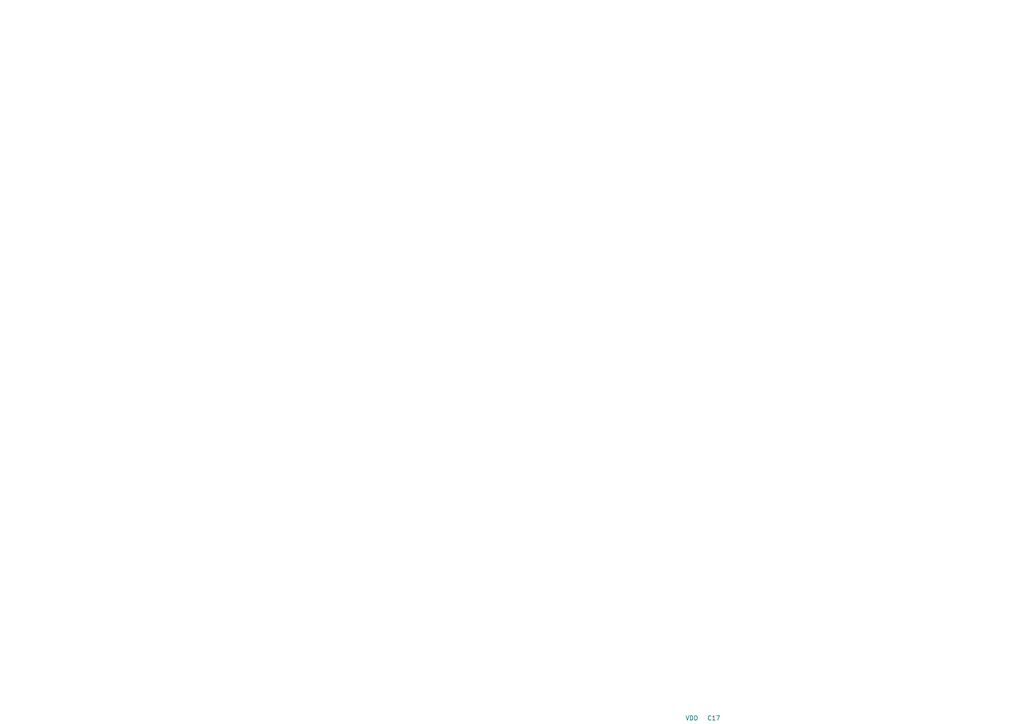
<source format=kicad_sch>
(kicad_sch (version 20250114) (generator "eeschema") (generator_version "9.0")
  (paper "A4")
  (lib_symbols
    (symbol "Connector:Micro_SD_Card_Det1"
      (property "Reference" "J" (at -16.51 17.78 0))
      (property "Value" "Micro_SD_Card_Det1" (at 16.51 17.78 0))
      (symbol "Micro_SD_Card_Det1_0_1"
        (polyline (pts (xy -8.89 -8.89) (xy -8.89 11.43) (xy -1.27 11.43) (xy 2.54 15.24) (xy 3.81 15.24) (xy 3.81 13.97) (xy 6.35 13.97) (xy 7.62 15.24) (xy 20.32 15.24) (xy 20.32 -8.89) (xy -8.89 -8.89)) (stroke (width 0.254)) (fill (type background)))
        (rectangle (start -7.62 10.795) (end -5.08 9.525) (stroke (width 0.254)) (fill (type outline)))
        (rectangle (start -7.62 8.255) (end -5.08 6.985) (stroke (width 0.254)) (fill (type outline)))
        (rectangle (start -7.62 5.715) (end -5.08 4.445) (stroke (width 0.254)) (fill (type outline)))
        (rectangle (start -7.62 3.175) (end -5.08 1.905) (stroke (width 0.254)) (fill (type outline)))
        (rectangle (start -7.62 0.635) (end -5.08 -0.635) (stroke (width 0.254)) (fill (type outline)))
        (rectangle (start -7.62 -1.905) (end -5.08 -3.175) (stroke (width 0.254)) (fill (type outline)))
        (rectangle (start -7.62 -4.445) (end -5.08 -5.715) (stroke (width 0.254)) (fill (type outline)))
        (rectangle (start -7.62 -6.985) (end -5.08 -8.255) (stroke (width 0.254)) (fill (type outline)))
        (polyline (pts (xy 16.51 15.24) (xy 16.51 16.51) (xy -19.05 16.51) (xy -19.05 -16.51) (xy 16.51 -16.51) (xy 16.51 -8.89)) (stroke (width 0.254)))
      )
      (symbol "Micro_SD_Card_Det1_1_1"
        (pin bidirectional line (at -22.86 10.16 0) (length 3.81) (name "DAT2") (number "1"))
        (pin bidirectional line (at -22.86 7.62 0) (length 3.81) (name "DAT3/CD") (number "2"))
        (pin input line (at -22.86 5.08 0) (length 3.81) (name "CMD") (number "3"))
        (pin power_in line (at -22.86 2.54 0) (length 3.81) (name "VDD") (number "4"))
        (pin input line (at -22.86 0 0) (length 3.81) (name "CLK") (number "5"))
        (pin power_in line (at -22.86 -2.54 0) (length 3.81) (name "VSS") (number "6"))
        (pin bidirectional line (at -22.86 -5.08 0) (length 3.81) (name "DAT0") (number "7"))
        (pin bidirectional line (at -22.86 -7.62 0) (length 3.81) (name "DAT1") (number "8"))
        (pin passive line (at -22.86 -12.7 0) (length 3.81) (name "DET") (number "9"))
        (pin passive line (at 20.32 -12.7 180) (length 3.81) (name "SHIELD") (number "10"))
      )
    )
    (symbol "Device:C" (pin_numbers (hide yes)) (pin_names (offset 0.254))
      (property "Reference" "C" (at 0.635 2.54 0))
      (property "Value" "C" (at 0.635 -2.54 0))
      (symbol "C_0_1"
        (polyline (pts (xy -2.032 0.762) (xy 2.032 0.762)) (stroke (width 0.508)))
        (polyline (pts (xy -2.032 -0.762) (xy 2.032 -0.762)) (stroke (width 0.508)))
      )
      (symbol "C_1_1"
        (pin passive line (at 0 3.81 270) (length 2.794) (name "~") (number "1"))
        (pin passive line (at 0 -3.81 90) (length 2.794) (name "~") (number "2"))
      )
    )
    (symbol "Device:C_Polarized" (pin_numbers (hide yes)) (pin_names (offset 0.254))
      (property "Reference" "C" (at 0.635 2.54 0))
      (property "Value" "C_Polarized" (at 0.635 -2.54 0))
      (symbol "C_Polarized_0_1"
        (rectangle (start -2.286 0.508) (end 2.286 1.016))
        (polyline (pts (xy -1.778 2.286) (xy -0.762 2.286)))
        (polyline (pts (xy -1.27 2.794) (xy -1.27 1.778)))
        (rectangle (start 2.286 -0.508) (end -2.286 -1.016) (fill (type outline)))
      )
      (symbol "C_Polarized_1_1"
        (pin passive line (at 0 3.81 270) (length 2.794) (name "~") (number "1"))
        (pin passive line (at 0 -3.81 90) (length 2.794) (name "~") (number "2"))
      )
    )
    (symbol "Device:R" (pin_numbers (hide yes)) (pin_names (offset 0))
      (property "Reference" "R" (at 2.032 0 90))
      (property "Value" "R" (at 0 0 90))
      (symbol "R_0_1"
        (rectangle (start -1.016 -2.54) (end 1.016 2.54) (stroke (width 0.254)))
      )
      (symbol "R_1_1"
        (pin passive line (at 0 3.81 270) (length 1.27) (name "~") (number "1"))
        (pin passive line (at 0 -3.81 90) (length 1.27) (name "~") (number "2"))
      )
    )
    (symbol "YC164-JR-0722RL:YC164-JR-0722RL"
      (property "Reference" "RN" (at 16.51 7.62 0))
      (property "Value" "YC164-JR-0722RL" (at 16.51 5.08 0))
      (symbol "YC164-JR-0722RL_1_1"
        (rectangle (start 5.08 2.54) (end 15.24 -10.16) (stroke (width 0.254)) (fill (type background)))
        (pin passive line (at 0 0 0) (length 5.08) (name "1") (number "1"))
        (pin passive line (at 0 -2.54 0) (length 5.08) (name "2") (number "2"))
        (pin passive line (at 0 -5.08 0) (length 5.08) (name "3") (number "3"))
        (pin passive line (at 0 -7.62 0) (length 5.08) (name "4") (number "4"))
        (pin passive line (at 20.32 0 180) (length 5.08) (name "8") (number "8"))
        (pin passive line (at 20.32 -2.54 180) (length 5.08) (name "7") (number "7"))
        (pin passive line (at 20.32 -5.08 180) (length 5.08) (name "6") (number "6"))
        (pin passive line (at 20.32 -7.62 180) (length 5.08) (name "5") (number "5"))
      )
    )
    (symbol "power:GND" (power) (pin_numbers (hide yes)) (pin_names (offset 0) (hide yes))
      (property "Value" "GND" (at 0 -3.81 0))
      (symbol "GND_0_1"
        (polyline (pts (xy 0 0) (xy 0 -1.27) (xy 1.27 -1.27) (xy 0 -2.54) (xy -1.27 -1.27) (xy 0 -1.27)))
      )
      (symbol "GND_1_1"
        (pin power_in line (at 0 0 270) (length 0) (name "~") (number "1"))
      )
    )
    (symbol "power:VDD" (power) (pin_numbers (hide yes)) (pin_names (offset 0) (hide yes))
      (property "Value" "VDD" (at 0 3.556 0))
      (symbol "VDD_0_1"
        (polyline (pts (xy -0.762 1.27) (xy 0 2.54)))
        (polyline (pts (xy 0 2.54) (xy 0.762 1.27)))
        (polyline (pts (xy 0 0) (xy 0 2.54)))
      )
      (symbol "VDD_1_1"
        (pin power_in line (at 0 0 90) (length 0) (name "~") (number "1"))
      )
    )
  )
  (text "SD Card 4-bit mode\n" (at 210.82 279.4 0) (effects (font (size 1.27 1.27))))
  (text "-- 3.3V --\nDS (12.5MBps, 25MHz)\nHS (25MBps, 50MHz)" (at 210.82 284.48 0) (effects (font (size 1.27 1.27))))
  (junction (at 200.66 273.05))
  (junction (at 200.66 228.6))
  (junction (at 200.66 215.9))
  (junction (at 213.36 228.6))
  (wire (pts (xy 194.31 232.41) (xy 189.23 232.41)))
  (wire (pts (xy 161.29 232.41) (xy 168.91 232.41)))
  (wire (pts (xy 193.04 234.95) (xy 193.04 259.08)))
  (wire (pts (xy 186.69 273.05) (xy 189.23 273.05)))
  (wire (pts (xy 210.82 228.6) (xy 213.36 228.6)))
  (wire (pts (xy 210.82 215.9) (xy 213.36 215.9)))
  (wire (pts (xy 161.29 237.49) (xy 168.91 237.49)))
  (wire (pts (xy 194.31 246.38) (xy 194.31 232.41)))
  (wire (pts (xy 194.31 246.38) (xy 203.2 246.38)))
  (wire (pts (xy 201.93 256.54) (xy 203.2 256.54)))
  (wire (pts (xy 184.15 248.92) (xy 203.2 248.92)))
  (wire (pts (xy 191.77 261.62) (xy 203.2 261.62)))
  (wire (pts (xy 200.66 213.36) (xy 200.66 215.9)))
  (wire (pts (xy 210.82 273.05) (xy 200.66 273.05)))
  (wire (pts (xy 189.23 234.95) (xy 193.04 234.95)))
  (wire (pts (xy 213.36 228.6) (xy 213.36 229.87)))
  (wire (pts (xy 191.77 237.49) (xy 191.77 261.62)))
  (wire (pts (xy 200.66 215.9) (xy 200.66 228.6)))
  (wire (pts (xy 196.85 273.05) (xy 200.66 273.05)))
  (wire (pts (xy 200.66 228.6) (xy 203.2 228.6)))
  (wire (pts (xy 166.37 247.65) (xy 175.26 247.65)))
  (wire (pts (xy 195.58 243.84) (xy 195.58 229.87)))
  (wire (pts (xy 203.2 243.84) (xy 195.58 243.84)))
  (wire (pts (xy 184.15 255.27) (xy 184.15 254)))
  (wire (pts (xy 200.66 266.7) (xy 200.66 273.05)))
  (wire (pts (xy 248.92 266.7) (xy 248.92 269.24)))
  (wire (pts (xy 189.23 237.49) (xy 191.77 237.49)))
  (wire (pts (xy 213.36 215.9) (xy 213.36 228.6)))
  (wire (pts (xy 195.58 229.87) (xy 189.23 229.87)))
  (wire (pts (xy 166.37 255.27) (xy 175.26 255.27)))
  (wire (pts (xy 246.38 266.7) (xy 248.92 266.7)))
  (wire (pts (xy 182.88 247.65) (xy 184.15 247.65)))
  (wire (pts (xy 184.15 247.65) (xy 184.15 248.92)))
  (wire (pts (xy 200.66 266.7) (xy 203.2 266.7)))
  (wire (pts (xy 182.88 255.27) (xy 184.15 255.27)))
  (wire (pts (xy 203.2 215.9) (xy 200.66 215.9)))
  (wire (pts (xy 161.29 234.95) (xy 168.91 234.95)))
  (wire (pts (xy 193.04 259.08) (xy 203.2 259.08)))
  (wire (pts (xy 184.15 254) (xy 203.2 254)))
  (wire (pts (xy 200.66 228.6) (xy 200.66 251.46)))
  (wire (pts (xy 161.29 229.87) (xy 168.91 229.87)))
  (wire (pts (xy 200.66 251.46) (xy 203.2 251.46)))
  (label "SD_CLK" (at 166.37 255.27 0))
  (label "SD_D2" (at 161.29 229.87 0))
  (label "SD_D0" (at 161.29 234.95 0))
  (label "SD_D1" (at 161.29 237.49 0))
  (label "SD_CMD" (at 166.37 247.65 0))
  (label "SD_DET" (at 210.82 273.05 180))
  (label "SD_D3" (at 161.29 232.41 0))
  (symbol (lib_id "power:GND") (at 201.93 256.54 270) (unit 1)
    (property "Reference" "#PWR0225" (effects (hide yes)))
    (property "Value" "GND" (at 198.628 256.54 90) (effects (justify right)))
    (property "Description" "Power symbol creates a global label with name \"GND\" , ground" (effects (hide yes)))
  )
  (symbol (lib_id "power:GND") (at 248.92 269.24 0) (unit 1)
    (property "Reference" "#PWR0227" (effects (hide yes)))
    (property "Value" "GND" (at 248.92 274.32 0))
    (property "Description" "Power symbol creates a global label with name \"GND\" , ground" (effects (hide yes)))
  )
  (symbol (lib_id "Device:C_Polarized") (at 207.01 215.9 90) (unit 1)
    (property "Reference" "C17" (at 207.01 208.28 90))
    (property "Value" "10uF" (at 207.01 210.82 90))
    (property "Footprint" "Capacitor_Tantalum_SMD:CP_EIA-3216-10_Kemet-I" (effects (hide yes)))
    (property "Description" "Polarized capacitor" (effects (hide yes)))
    (property "Part No." "TCJA106M010R0200" (effects (hide yes)))
    (property "Vendor" "Kyocera AVX" (effects (hide yes)))
  )
  (symbol (lib_id "Connector:Micro_SD_Card_Det1") (at 226.06 254 0) (unit 1)
    (property "Reference" "J7" (at 226.695 232.41 0))
    (property "Value" "Micro_SD_Card_Det1" (at 226.695 234.95 0))
    (property "Footprint" "TF-01A:TF01A" (effects (hide yes)))
    (property "Datasheet" "https://datasheet.lcsc.com/lcsc/2110151630_XKB-Connectivity-XKTF-015-N_C381082.pdf" (effects (hide yes)))
    (property "Description" "Micro SD Card Socket with one card detection pin" (effects (hide yes)))
  )
  (symbol (lib_id "power:GND") (at 213.36 229.87 0) (unit 1)
    (property "Reference" "#PWR0226" (effects (hide yes)))
    (property "Value" "GND" (at 213.36 234.95 0))
    (property "Description" "Power symbol creates a global label with name \"GND\" , ground" (effects (hide yes)))
  )
  (symbol (lib_id "Device:R") (at 179.07 247.65 90) (unit 1)
    (property "Reference" "R59" (at 179.07 242.57 90))
    (property "Value" "22R" (at 179.07 245.11 90))
    (property "Footprint" "Resistor_SMD:R_0603_1608Metric" (effects (hide yes)))
    (property "Description" "Resistor" (effects (hide yes)))
  )
  (symbol (lib_id "Device:R") (at 193.04 273.05 90) (unit 1)
    (property "Reference" "R58" (at 193.04 267.716 90))
    (property "Value" "10kR" (at 193.04 270.256 90))
    (property "Footprint" "Resistor_SMD:R_0603_1608Metric" (effects (hide yes)))
    (property "Description" "Resistor" (effects (hide yes)))
  )
  (symbol (lib_id "Device:C") (at 207.01 228.6 90) (unit 1)
    (property "Reference" "C117" (at 209.55 220.98 90) (effects (justify left)))
    (property "Value" "0.1uF" (at 209.804 223.774 90) (effects (justify left)))
    (property "Footprint" "Capacitor_SMD:C_0603_1608Metric" (effects (hide yes)))
    (property "Description" "Unpolarized capacitor" (effects (hide yes)))
  )
  (symbol (lib_id "Device:R") (at 179.07 255.27 90) (unit 1)
    (property "Reference" "R57" (at 179.07 250.19 90))
    (property "Value" "22R" (at 179.07 252.73 90))
    (property "Footprint" "Resistor_SMD:R_0603_1608Metric" (effects (hide yes)))
    (property "Description" "Resistor" (effects (hide yes)))
  )
  (symbol (lib_id "power:VDD") (at 200.66 213.36 0) (unit 1)
    (property "Reference" "#PWR0224" (effects (hide yes)))
    (property "Value" "VDD" (at 200.66 208.28 0))
    (property "Description" "Power symbol creates a global label with name \"VDD\"" (effects (hide yes)))
  )
  (symbol (lib_id "power:VDD") (at 186.69 273.05 90) (unit 1)
    (property "Reference" "#PWR0223" (effects (hide yes)))
    (property "Value" "VDD" (at 182.88 273.0499 90) (effects (justify left)))
    (property "Description" "Power symbol creates a global label with name \"VDD\"" (effects (hide yes)))
  )
  (symbol (lib_id "YC164-JR-0722RL:YC164-JR-0722RL") (at 168.91 229.87 0) (unit 1)
    (property "Reference" "RN3" (at 179.07 222.25 0))
    (property "Value" "YC164-JR-0722RL" (at 179.07 224.79 0))
    (property "Footprint" "YC164-JR-0722RL:YC164JR072K2L" (effects (hide yes)))
    (property "Datasheet" "https://componentsearchengine.com/Datasheets/2/YC164-JR-072K2L.pdf" (effects (hide yes)))
    (property "Description" "Resistor Networks & Arrays 22 Ohm 5% 1/16W 50 Volts" (effects (hide yes)))
    (property "Height" "0.7" (effects (hide yes)))
  )
)
</source>
